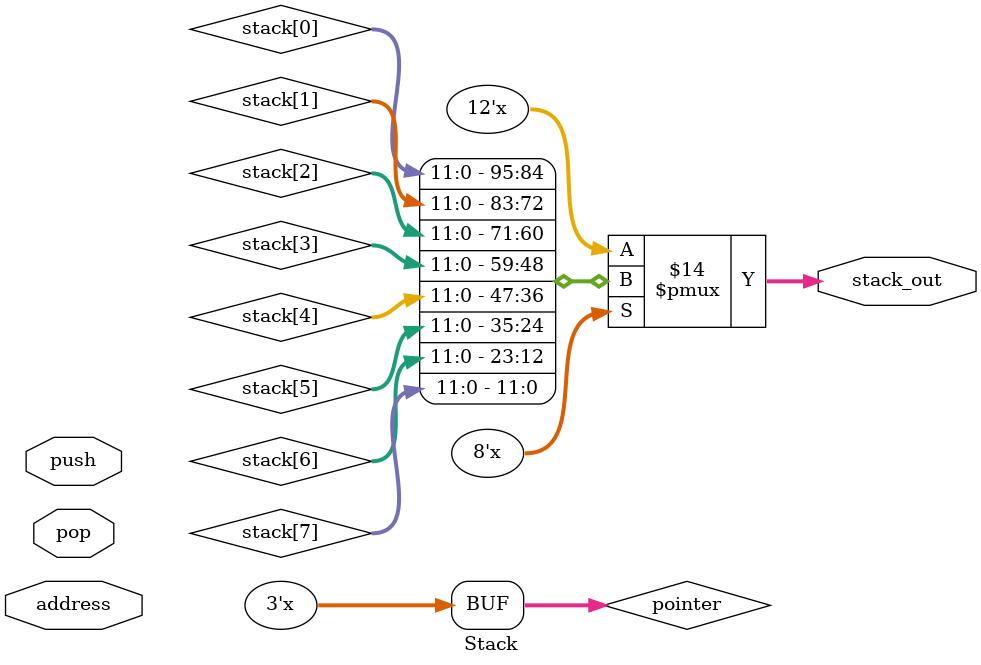
<source format=sv>
module Stack(address, push, pop, stack_out);

	input[11:0] address;
	input push, pop;
	output logic [11:0] stack_out;

	reg [11:0] stack [0:7];
	logic [2:0] pointer = 3'b0;
	
	assign stack_out = stack[pointer];	
	
	always @(push, pop, address) begin	
		if(pop)	begin
			pointer <= pointer - 3'b01;		
		end

		if(push) begin
			stack[pointer] <= address;
			pointer <= pointer + 3'b01;
		end
	end
	
endmodule
	
</source>
